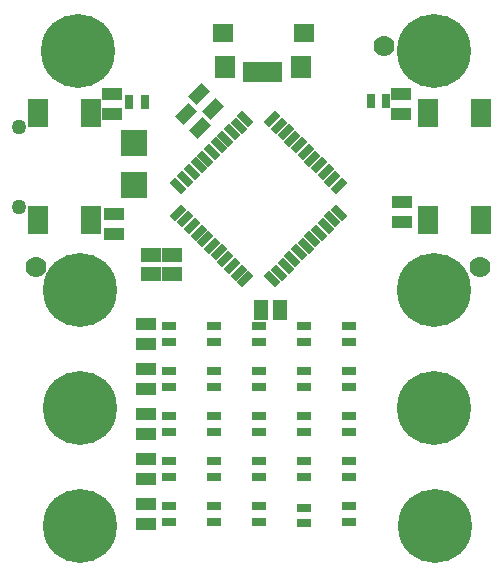
<source format=gts>
%FSLAX23Y23*%
%MOIN*%
G04 EasyPC Gerber Version 17.0 Build 3379 *
%AMT91*0 Rectangle Pad at angle 45*21,1,0.02400,0.05600,0,0,45*%
%ADD91T91*%
%ADD101R,0.02752X0.04740*%
%ADD94R,0.02800X0.06500*%
%ADD89R,0.04740X0.02752*%
%ADD90R,0.06500X0.04000*%
%ADD99R,0.04600X0.06700*%
%ADD98R,0.06700X0.04600*%
%ADD95R,0.06500X0.07300*%
%ADD93R,0.06500X0.09300*%
%ADD96R,0.06700X0.06300*%
%ADD100R,0.08874X0.08874*%
%ADD116C,0.05000*%
%ADD88C,0.07000*%
%ADD10C,0.24622*%
%AMT92*0 Rectangle Pad at angle 135*21,1,0.02400,0.05600,0,0,135*%
%ADD92T92*%
%AMT97*0 Rectangle Pad at angle 135*21,1,0.04000,0.06500,0,0,135*%
%ADD97T97*%
X0Y0D02*
D02*
D10*
X623Y1849D03*
X629Y658D03*
Y1052D03*
X631Y263D03*
X1809Y1849D03*
X1810Y658D03*
Y1052D03*
X1812Y263D03*
D02*
D88*
X484Y1128D03*
X1643Y1864D03*
X1963Y1127D03*
D02*
D89*
X926Y278D03*
Y330D03*
Y428D03*
Y480D03*
Y578D03*
Y630D03*
Y728D03*
Y780D03*
Y878D03*
Y930D03*
X1076Y278D03*
Y330D03*
Y428D03*
Y480D03*
Y578D03*
Y630D03*
Y728D03*
Y780D03*
Y878D03*
Y930D03*
X1226Y278D03*
Y330D03*
Y428D03*
Y480D03*
Y578D03*
Y630D03*
Y728D03*
Y780D03*
Y878D03*
Y930D03*
X1376Y273D03*
Y325D03*
Y428D03*
Y480D03*
Y578D03*
Y630D03*
Y728D03*
Y780D03*
Y878D03*
Y930D03*
X1526Y278D03*
Y330D03*
Y428D03*
Y480D03*
Y578D03*
Y630D03*
Y728D03*
Y780D03*
Y878D03*
Y930D03*
D02*
D90*
X736Y1636D03*
Y1703D03*
X742Y1237D03*
Y1304D03*
X851Y271D03*
Y338D03*
Y421D03*
Y488D03*
Y571D03*
Y638D03*
Y721D03*
Y788D03*
Y871D03*
Y938D03*
X1701Y1636D03*
Y1703D03*
X1703Y1276D03*
Y1343D03*
D02*
D91*
X958Y1399D03*
X980Y1421D03*
X1003Y1444D03*
X1025Y1466D03*
X1047Y1488D03*
X1069Y1510D03*
X1092Y1533D03*
X1114Y1555D03*
X1136Y1577D03*
X1159Y1599D03*
X1181Y1622D03*
X1271Y1086D03*
X1293Y1109D03*
X1315Y1131D03*
X1337Y1153D03*
X1360Y1176D03*
X1382Y1198D03*
X1404Y1220D03*
X1427Y1242D03*
X1449Y1265D03*
X1471Y1287D03*
X1493Y1309D03*
D02*
D92*
X958D03*
X980Y1287D03*
X1003Y1265D03*
X1025Y1242D03*
X1047Y1220D03*
X1069Y1198D03*
X1092Y1176D03*
X1114Y1153D03*
X1136Y1131D03*
X1159Y1109D03*
X1181Y1086D03*
X1271Y1622D03*
X1293Y1599D03*
X1315Y1577D03*
X1337Y1555D03*
X1360Y1533D03*
X1382Y1510D03*
X1404Y1488D03*
X1427Y1466D03*
X1449Y1444D03*
X1471Y1421D03*
X1493Y1399D03*
D02*
D93*
X491Y1284D03*
Y1642D03*
X668Y1284D03*
Y1642D03*
X1791Y1284D03*
Y1642D03*
X1968Y1284D03*
Y1642D03*
D02*
D94*
X1188Y1779D03*
X1214D03*
X1240D03*
X1265D03*
X1291D03*
D02*
D95*
X1114Y1794D03*
X1366D03*
D02*
D96*
X1105Y1906D03*
X1375D03*
D02*
D97*
X982Y1638D03*
X1027Y1703D03*
X1029Y1590D03*
X1074Y1655D03*
D02*
D98*
X866Y1103D03*
Y1166D03*
X936Y1103D03*
Y1166D03*
D02*
D99*
X1234Y983D03*
X1297D03*
D02*
D100*
X809Y1400D03*
Y1542D03*
D02*
D101*
X794Y1678D03*
X845D03*
X1600Y1682D03*
X1651D03*
D02*
D116*
X428Y1327D03*
Y1594D03*
X0Y0D02*
M02*

</source>
